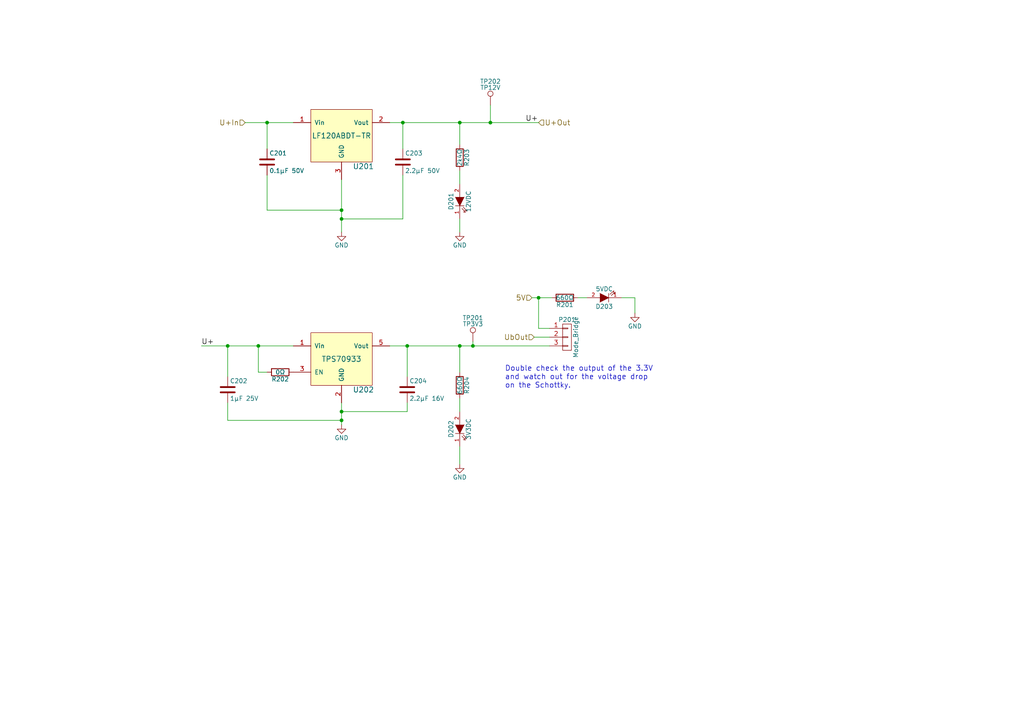
<source format=kicad_sch>
(kicad_sch (version 20230121) (generator eeschema)
  (paper "A4")
  (title_block (title "TL2C - Timed LED Lighting Controller") (date "2017-03-30") (rev "2L.2"))
  (lib_symbols
    (symbol "tl2c-rescue:C" (pin_numbers hide) (pin_names (offset 0.254))
      (property "Reference" "C" (at 0.635 2.54 0))
      (property "Value" "C" (at 0.635 -2.54 0))
      (symbol "C_0_1"
        (polyline (pts (xy -2.032 -0.762) (xy 2.032 -0.762)) (stroke (width 0.508)))
        (polyline (pts (xy -2.032 0.762) (xy 2.032 0.762)) (stroke (width 0.508)))
      )
      (symbol "C_1_1"
        (pin passive line (at 0 3.81 270) (length 2.794) (name "~") (number "1"))
        (pin passive line (at 0 -3.81 90) (length 2.794) (name "~") (number "2"))
      )
    )
    (symbol "tl2c-rescue:CONN_01X03" (pin_names (offset 1.016) hide)
      (property "Reference" "P" (at 0 5.08 0))
      (property "Value" "CONN_01X03" (at 2.54 0 90))
      (symbol "CONN_01X03_0_1"
        (rectangle (start -1.27 -2.413) (end 0.254 -2.667))
        (rectangle (start -1.27 0.127) (end 0.254 -0.127))
        (rectangle (start -1.27 2.667) (end 0.254 2.413))
        (rectangle (start -1.27 3.81) (end 1.27 -3.81))
      )
      (symbol "CONN_01X03_1_1"
        (pin passive line (at -5.08 2.54 0) (length 3.81) (name "P1") (number "1"))
        (pin passive line (at -5.08 0 0) (length 3.81) (name "P2") (number "2"))
        (pin passive line (at -5.08 -2.54 0) (length 3.81) (name "P3") (number "3"))
      )
    )
    (symbol "tl2c-rescue:GND" (power) (pin_names (offset 0))
      (property "Value" "GND" (at 0 -3.81 0))
      (symbol "GND_0_1"
        (polyline (pts (xy 0 0) (xy 0 -1.27) (xy 1.27 -1.27) (xy 0 -2.54) (xy -1.27 -1.27) (xy 0 -1.27)))
      )
      (symbol "GND_1_1"
        (pin power_in line (at 0 0 270) (length 0) hide (name "GND") (number "1"))
      )
    )
    (symbol "tl2c-rescue:LED" (pin_names (offset 1.016) hide)
      (property "Reference" "D" (at 0 2.54 0))
      (property "Value" "LED" (at 0 -2.54 0))
      (symbol "LED_0_1"
        (polyline (pts (xy -1.27 1.27) (xy -1.27 -1.27)))
        (polyline (pts (xy -2.032 -0.635) (xy -3.175 -1.651) (xy -3.048 -1.016)))
        (polyline (pts (xy -1.651 -1.016) (xy -2.794 -2.032) (xy -2.667 -1.397)))
        (polyline (pts (xy 1.27 1.27) (xy -1.27 0) (xy 1.27 -1.27)) (fill (type outline)))
      )
      (symbol "LED_1_1"
        (pin passive line (at -5.08 0 0) (length 3.81) (name "K") (number "1"))
        (pin passive line (at 5.08 0 180) (length 3.81) (name "A") (number "2"))
      )
    )
    (symbol "tl2c-rescue:LF120ABDT-TR" (pin_names (offset 1.016))
      (property "Reference" "U" (at 6.35 -8.89 0))
      (property "Value" "LF120ABDT-TR" (at 0 0 0))
      (symbol "LF120ABDT-TR_0_1"
        (rectangle (start -8.89 7.62) (end 8.89 -7.62) (fill (type background)))
      )
      (symbol "LF120ABDT-TR_1_1"
        (pin bidirectional line (at -13.97 3.81 0) (length 5.08) (name "Vin") (number "1"))
        (pin bidirectional line (at 13.97 3.81 180) (length 5.08) (name "Vout") (number "2"))
        (pin power_in line (at 0 -12.7 90) (length 5.08) (name "GND") (number "3"))
      )
    )
    (symbol "tl2c-rescue:R" (pin_numbers hide) (pin_names (offset 0))
      (property "Reference" "R" (at 2.032 0 90))
      (property "Value" "R" (at 0 0 90))
      (symbol "R_0_1"
        (rectangle (start -1.016 -2.54) (end 1.016 2.54) (stroke (width 0.254)))
      )
      (symbol "R_1_1"
        (pin passive line (at 0 3.81 270) (length 1.27) (name "~") (number "1"))
        (pin passive line (at 0 -3.81 90) (length 1.27) (name "~") (number "2"))
      )
    )
    (symbol "tl2c-rescue:TEST_1P" (pin_numbers hide) (pin_names (offset 0.762) hide)
      (property "Reference" "TP" (at 0 6.858 0))
      (property "Value" "TEST_1P" (at 0 5.08 0))
      (symbol "TEST_1P_0_1"
        (circle (center 0 3.302) (radius 0.762))
      )
      (symbol "TEST_1P_1_1"
        (pin passive line (at 0 0 90) (length 2.54) (name "1") (number "1"))
      )
    )
    (symbol "tl2c-rescue:TPS70933" (pin_names (offset 1.016))
      (property "Reference" "U" (at 6.35 -8.89 0))
      (property "Value" "TPS70933" (at 0 0 0))
      (symbol "TPS70933_0_1"
        (rectangle (start -8.89 7.62) (end 8.89 -7.62) (fill (type background)))
      )
      (symbol "TPS70933_1_1"
        (pin bidirectional line (at -13.97 3.81 0) (length 5.08) (name "Vin") (number "1"))
        (pin power_in line (at 0 -12.7 90) (length 5.08) (name "GND") (number "2"))
        (pin bidirectional line (at -13.97 -3.81 0) (length 5.08) (name "EN") (number "3"))
        (pin no_connect line (at 13.97 -5.08 180) (length 5.08) hide (name "NC") (number "4"))
        (pin bidirectional line (at 13.97 3.81 180) (length 5.08) (name "Vout") (number "5"))
      )
    )
  )
  (junction (at 118.11 100.33))
  (junction (at 137.16 100.33))
  (junction (at 99.06 121.92))
  (junction (at 66.04 100.33))
  (junction (at 74.93 100.33))
  (junction (at 133.35 100.33))
  (junction (at 99.06 63.5))
  (junction (at 99.06 60.96))
  (junction (at 142.24 35.56))
  (junction (at 99.06 119.38))
  (junction (at 77.47 35.56))
  (junction (at 116.84 35.56))
  (junction (at 156.21 86.36))
  (junction (at 133.35 35.56))
  (wire (pts (xy 99.06 121.92) (xy 99.06 123.19)))
  (wire (pts (xy 74.93 100.33) (xy 85.09 100.33)))
  (wire (pts (xy 66.04 100.33) (xy 66.04 109.22)))
  (wire (pts (xy 74.93 107.95) (xy 74.93 100.33)))
  (wire (pts (xy 142.24 35.56) (xy 156.21 35.56)))
  (wire (pts (xy 133.35 100.33) (xy 133.35 107.95)))
  (wire (pts (xy 99.06 116.84) (xy 99.06 119.38)))
  (wire (pts (xy 133.35 115.57) (xy 133.35 119.38)))
  (wire (pts (xy 113.03 35.56) (xy 116.84 35.56)))
  (wire (pts (xy 133.35 129.54) (xy 133.35 134.62)))
  (wire (pts (xy 116.84 63.5) (xy 99.06 63.5)))
  (wire (pts (xy 154.305 86.36) (xy 156.21 86.36)))
  (wire (pts (xy 99.06 60.96) (xy 99.06 63.5)))
  (wire (pts (xy 77.47 35.56) (xy 85.09 35.56)))
  (wire (pts (xy 118.11 100.33) (xy 118.11 109.22)))
  (wire (pts (xy 118.11 100.33) (xy 133.35 100.33)))
  (wire (pts (xy 137.16 100.33) (xy 137.16 99.06)))
  (wire (pts (xy 77.47 107.95) (xy 74.93 107.95)))
  (wire (pts (xy 113.03 100.33) (xy 118.11 100.33)))
  (wire (pts (xy 77.47 60.96) (xy 99.06 60.96)))
  (wire (pts (xy 116.84 35.56) (xy 133.35 35.56)))
  (wire (pts (xy 99.06 119.38) (xy 99.06 121.92)))
  (wire (pts (xy 133.35 35.56) (xy 142.24 35.56)))
  (wire (pts (xy 66.04 116.84) (xy 66.04 121.92)))
  (wire (pts (xy 77.47 35.56) (xy 77.47 43.18)))
  (wire (pts (xy 116.84 43.18) (xy 116.84 35.56)))
  (wire (pts (xy 99.06 52.07) (xy 99.06 60.96)))
  (wire (pts (xy 133.35 63.5) (xy 133.35 67.31)))
  (wire (pts (xy 116.84 50.8) (xy 116.84 63.5)))
  (wire (pts (xy 154.94 97.79) (xy 159.385 97.79)))
  (wire (pts (xy 180.34 86.36) (xy 184.15 86.36)))
  (wire (pts (xy 118.11 119.38) (xy 99.06 119.38)))
  (wire (pts (xy 71.12 35.56) (xy 77.47 35.56)))
  (wire (pts (xy 137.16 100.33) (xy 159.385 100.33)))
  (wire (pts (xy 167.64 86.36) (xy 170.18 86.36)))
  (wire (pts (xy 133.35 100.33) (xy 137.16 100.33)))
  (wire (pts (xy 66.04 100.33) (xy 74.93 100.33)))
  (wire (pts (xy 58.42 100.33) (xy 66.04 100.33)))
  (wire (pts (xy 118.11 116.84) (xy 118.11 119.38)))
  (wire (pts (xy 133.35 53.34) (xy 133.35 49.53)))
  (wire (pts (xy 156.21 95.25) (xy 156.21 86.36)))
  (wire (pts (xy 159.385 95.25) (xy 156.21 95.25)))
  (wire (pts (xy 156.21 86.36) (xy 160.02 86.36)))
  (wire (pts (xy 77.47 50.8) (xy 77.47 60.96)))
  (wire (pts (xy 184.15 86.36) (xy 184.15 90.805)))
  (wire (pts (xy 142.24 30.48) (xy 142.24 35.56)))
  (wire (pts (xy 66.04 121.92) (xy 99.06 121.92)))
  (wire (pts (xy 133.35 35.56) (xy 133.35 41.91)))
  (wire (pts (xy 99.06 63.5) (xy 99.06 67.31)))
  (text "Double check the output of the 3.3V\nand watch out for the voltage drop \non the Schottky." (at 146.431 112.776 0) (effects (font (size 1.524 1.524)) (justify left bottom)))
  (label "U+" (at 58.42 100.33 0) (effects (font (size 1.524 1.524))))
  (label "U+" (at 152.4 35.56 0) (effects (font (size 1.524 1.524))))
  (hierarchical_label "U+Out" (shape input) (at 156.21 35.56 0) (effects (font (size 1.524 1.524))))
  (hierarchical_label "U+In" (shape input) (at 71.12 35.56 180) (effects (font (size 1.524 1.524))))
  (hierarchical_label "5V" (shape input) (at 154.305 86.36 180) (effects (font (size 1.524 1.524))))
  (hierarchical_label "UbOut" (shape input) (at 154.94 97.79 180) (effects (font (size 1.524 1.524))))
  (symbol (lib_id "tl2c-rescue:R") (at 81.28 107.95 270) (unit 1)
    (property "Reference" "R202" (at 81.28 109.982 90))
    (property "Value" "0Ω" (at 81.28 107.95 90))
    (property "Footprint" "Resistors_SMD:R_0805" (effects hide))
  )
  (symbol (lib_id "tl2c-rescue:GND") (at 99.06 123.19 0) (unit 1)
    (property "Reference" "#PWR016" (effects hide))
    (property "Value" "GND" (at 99.06 127 0))
  )
  (symbol (lib_id "tl2c-rescue:C") (at 66.04 113.03 0) (unit 1)
    (property "Reference" "C202" (at 66.675 110.49 0) (effects (justify left)))
    (property "Value" "1μF 25V" (at 66.675 115.57 0) (effects (justify left)))
    (property "Footprint" "Capacitors_SMD:C_1210" (effects hide))
    (property "MFP" "Value" (effects hide))
    (property "Conrad-PN" "Value" (effects hide))
    (property "Digikey-PN" "Value" (effects hide))
  )
  (symbol (lib_id "tl2c-rescue:C") (at 118.11 113.03 0) (unit 1)
    (property "Reference" "C204" (at 118.745 110.49 0) (effects (justify left)))
    (property "Value" "2.2μF 16V" (at 118.745 115.57 0) (effects (justify left)))
    (property "Footprint" "Capacitors_SMD:C_1210" (effects hide))
    (property "MFP" "Value" (effects hide))
    (property "Conrad-PN" "Value" (effects hide))
    (property "Digikey-PN" "Value" (effects hide))
  )
  (symbol (lib_id "tl2c-rescue:LED") (at 133.35 124.46 90) (unit 1)
    (property "Reference" "D202" (at 130.81 124.46 0))
    (property "Value" "3V3DC" (at 135.89 124.46 0))
    (property "Footprint" "LEDs:LED_0805" (effects hide))
  )
  (symbol (lib_id "tl2c-rescue:R") (at 133.35 111.76 0) (unit 1)
    (property "Reference" "R204" (at 135.382 111.76 90))
    (property "Value" "660Ω" (at 133.35 111.76 90))
    (property "Footprint" "Resistors_SMD:R_0805" (effects hide))
  )
  (symbol (lib_id "tl2c-rescue:GND") (at 133.35 134.62 0) (unit 1)
    (property "Reference" "#PWR017" (effects hide))
    (property "Value" "GND" (at 133.35 138.43 0))
  )
  (symbol (lib_id "tl2c-rescue:TPS70933") (at 99.06 104.14 0) (unit 1)
    (property "Reference" "U202" (at 105.41 113.03 0) (effects (font (size 1.524 1.524))))
    (property "Value" "TPS70933" (at 99.06 104.14 0) (effects (font (size 1.524 1.524))))
    (property "Footprint" "tl2c-footprint:TPS70933DBVR" (effects hide))
    (property "MFP" "TPS70933DBVR" (effects hide))
    (property "Conrad-PN" "1261694 - 62" (effects hide))
    (property "Digikey-PN" "296-35483-1-ND" (effects hide))
  )
  (symbol (lib_id "tl2c-rescue:LF120ABDT-TR") (at 99.06 39.37 0) (unit 1)
    (property "Reference" "U201" (at 105.41 48.26 0) (effects (font (size 1.524 1.524))))
    (property "Value" "LF120ABDT-TR" (at 99.06 39.37 0) (effects (font (size 1.524 1.524))))
    (property "Footprint" "tl2c-footprint:LF120ABDT-TR" (effects hide))
    (property "MFP" "LF120ABDT-TR" (effects hide))
    (property "Conrad-PN" "1185937 - 62" (effects hide))
    (property "Digikey-PN" "497-8330-1-ND" (effects hide))
  )
  (symbol (lib_id "tl2c-rescue:C") (at 77.47 46.99 0) (unit 1)
    (property "Reference" "C201" (at 78.105 44.45 0) (effects (justify left)))
    (property "Value" "0.1μF 50V" (at 78.105 49.53 0) (effects (justify left)))
    (property "Footprint" "Capacitors_SMD:C_0805" (effects hide))
  )
  (symbol (lib_id "tl2c-rescue:C") (at 116.84 46.99 0) (unit 1)
    (property "Reference" "C203" (at 117.475 44.45 0) (effects (justify left)))
    (property "Value" "2.2μF 50V" (at 117.475 49.53 0) (effects (justify left)))
    (property "Footprint" "Capacitors_SMD:C_1206" (effects hide))
    (property "MFP" "CL32B225KBJNNNE" (effects hide))
    (property "Conrad-PN" "450955 - 62" (effects hide))
    (property "Digikey-PN" "N/A" (effects hide))
  )
  (symbol (lib_id "tl2c-rescue:GND") (at 99.06 67.31 0) (unit 1)
    (property "Reference" "#PWR018" (effects hide))
    (property "Value" "GND" (at 99.06 71.12 0))
  )
  (symbol (lib_id "tl2c-rescue:LED") (at 133.35 58.42 90) (unit 1)
    (property "Reference" "D201" (at 130.81 58.42 0))
    (property "Value" "12VDC" (at 135.89 58.42 0))
    (property "Footprint" "LEDs:LED_0805" (effects hide))
  )
  (symbol (lib_id "tl2c-rescue:R") (at 133.35 45.72 0) (unit 1)
    (property "Reference" "R203" (at 135.382 45.72 90))
    (property "Value" "2k4Ω" (at 133.35 45.72 90))
    (property "Footprint" "Resistors_SMD:R_0805" (effects hide))
  )
  (symbol (lib_id "tl2c-rescue:GND") (at 133.35 67.31 0) (unit 1)
    (property "Reference" "#PWR019" (effects hide))
    (property "Value" "GND" (at 133.35 71.12 0))
  )
  (symbol (lib_id "tl2c-rescue:TEST_1P") (at 142.24 30.48 0) (unit 1)
    (property "Reference" "TP202" (at 142.24 23.622 0))
    (property "Value" "TP12V" (at 142.24 25.4 0))
    (property "Footprint" "Pin_Headers:Pin_Header_Straight_1x01" (effects hide))
    (property "MFP" "Value" (effects hide))
    (property "Conrad-PN" "Value" (effects hide))
    (property "Digikey-PN" "Value" (effects hide))
  )
  (symbol (lib_id "tl2c-rescue:TEST_1P") (at 137.16 99.06 0) (unit 1)
    (property "Reference" "TP201" (at 137.16 92.202 0))
    (property "Value" "TP3V3" (at 137.16 93.98 0))
    (property "Footprint" "Measurement_Points:Measurement_Point_Round-SMD-Pad_Small" (effects hide))
  )
  (symbol (lib_id "tl2c-rescue:CONN_01X03") (at 164.465 97.79 0) (unit 1)
    (property "Reference" "P201" (at 164.465 92.71 0))
    (property "Value" "Mode_Bridge" (at 167.005 97.79 90))
    (property "Footprint" "Pin_Headers:Pin_Header_Straight_1x03_Pitch2.54mm" (effects hide))
  )
  (symbol (lib_id "tl2c-rescue:LED") (at 175.26 86.36 180) (unit 1)
    (property "Reference" "D203" (at 175.26 88.9 0))
    (property "Value" "5VDC" (at 175.26 83.82 0))
    (property "Footprint" "LEDs:LED_0805" (effects hide))
  )
  (symbol (lib_id "tl2c-rescue:GND") (at 184.15 90.805 0) (unit 1)
    (property "Reference" "#PWR020" (effects hide))
    (property "Value" "GND" (at 184.15 94.615 0))
  )
  (symbol (lib_id "tl2c-rescue:R") (at 163.83 86.36 270) (unit 1)
    (property "Reference" "R201" (at 163.83 88.392 90))
    (property "Value" "660Ω" (at 163.83 86.36 90))
    (property "Footprint" "Resistors_SMD:R_0805" (effects hide))
  )
)
</source>
